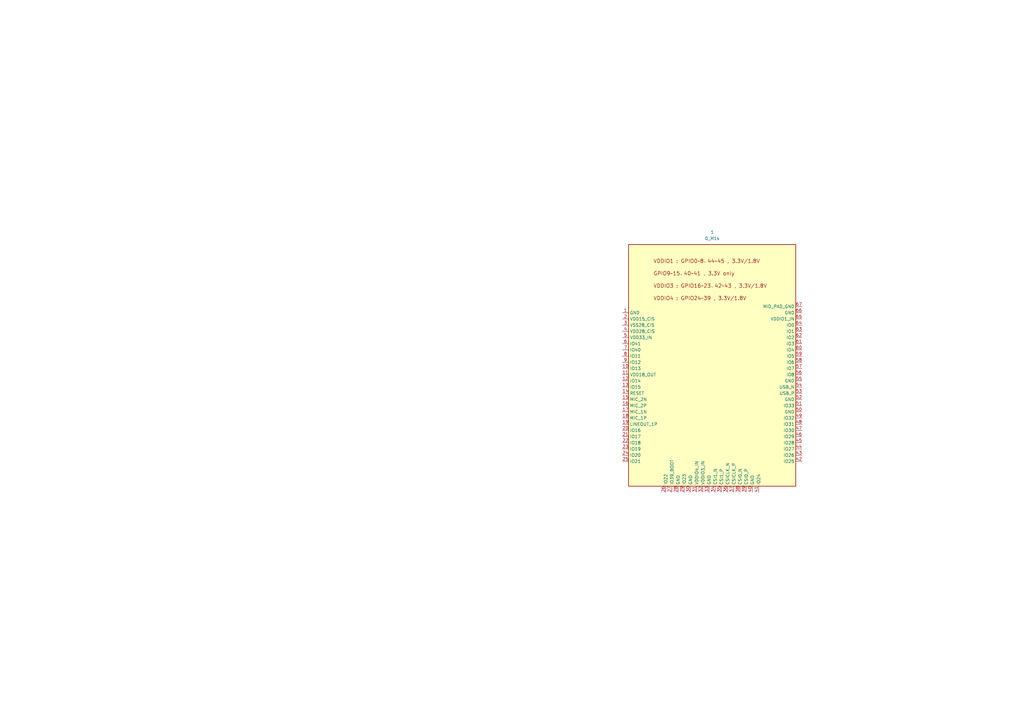
<source format=kicad_sch>
(kicad_sch (version 20230121) (generator eeschema)
  (paper "A3")
  (lib_symbols
    (symbol "M1s:0_M1s"
      (property "Value" "0_M1s" (at 0 0 0))
      (symbol "0_M1s_1_0"
        (rectangle (start 45.72 109.22) (end -22.86 10.16) (stroke (width 0.254)) (fill (type background)))
        (text "GPIO9~15、40~41 , 3.3V only" (at -12.7 96.52 0) (effects (font (size 1.524 1.524)) (justify left bottom)))
        (text "VDDIO1 : GPIO0~8、44~45 , 3.3V/1.8V" (at -12.7 101.6 0) (effects (font (size 1.524 1.524)) (justify left bottom)))
        (text "VDDIO3 : GPIO16~23、42~43 , 3.3V/1.8V" (at -12.7 91.44 0) (effects (font (size 1.524 1.524)) (justify left bottom)))
        (text "VDDIO4 : GPIO24~39 , 3.3V/1.8V" (at -12.7 86.36 0) (effects (font (size 1.524 1.524)) (justify left bottom)))
        (pin passive line (at -25.4 81.28 0) (length 2.54) (name "GND") (number "1"))
        (pin passive line (at -25.4 58.42 0) (length 2.54) (name "IO13") (number "10"))
        (pin passive line (at -25.4 55.88 0) (length 2.54) (name "VDD18_OUT") (number "11"))
        (pin passive line (at -25.4 53.34 0) (length 2.54) (name "IO14") (number "12"))
        (pin passive line (at -25.4 50.8 0) (length 2.54) (name "IO15") (number "13"))
        (pin passive line (at -25.4 48.26 0) (length 2.54) (name "RESET") (number "14"))
        (pin passive line (at -25.4 45.72 0) (length 2.54) (name "MIC_2N") (number "15"))
        (pin passive line (at -25.4 43.18 0) (length 2.54) (name "MIC_2P") (number "16"))
        (pin passive line (at -25.4 40.64 0) (length 2.54) (name "MIC_1N") (number "17"))
        (pin passive line (at -25.4 38.1 0) (length 2.54) (name "MIC_1P") (number "18"))
        (pin passive line (at -25.4 35.56 0) (length 2.54) (name "LINEOUT_1P") (number "19"))
        (pin passive line (at -25.4 78.74 0) (length 2.54) (name "VDD15_CIS") (number "2"))
        (pin passive line (at -25.4 33.02 0) (length 2.54) (name "IO16") (number "20"))
        (pin passive line (at -25.4 30.48 0) (length 2.54) (name "IO17") (number "21"))
        (pin passive line (at -25.4 27.94 0) (length 2.54) (name "IO18") (number "22"))
        (pin passive line (at -25.4 25.4 0) (length 2.54) (name "IO19") (number "23"))
        (pin passive line (at -25.4 22.86 0) (length 2.54) (name "IO20") (number "24"))
        (pin passive line (at -25.4 20.32 0) (length 2.54) (name "IO21") (number "25"))
        (pin passive line (at -7.62 7.62 90) (length 2.54) (name "IO22") (number "26"))
        (pin passive line (at -5.08 7.62 90) (length 2.54) (name "IO39_BOOT") (number "27"))
        (pin passive line (at -2.54 7.62 90) (length 2.54) (name "GND") (number "28"))
        (pin passive line (at 0 7.62 90) (length 2.54) (name "IO23") (number "29"))
        (pin passive line (at -25.4 76.2 0) (length 2.54) (name "VSS28_CIS") (number "3"))
        (pin passive line (at 2.54 7.62 90) (length 2.54) (name "GND") (number "30"))
        (pin passive line (at 5.08 7.62 90) (length 2.54) (name "VDDIO4_IN") (number "31"))
        (pin passive line (at 7.62 7.62 90) (length 2.54) (name "VDDIO3_IN") (number "32"))
        (pin passive line (at 10.16 7.62 90) (length 2.54) (name "GND") (number "33"))
        (pin passive line (at 12.7 7.62 90) (length 2.54) (name "CSI1_N") (number "34"))
        (pin passive line (at 15.24 7.62 90) (length 2.54) (name "CSI1_P") (number "35"))
        (pin passive line (at 17.78 7.62 90) (length 2.54) (name "CSICLK_N") (number "36"))
        (pin passive line (at 20.32 7.62 90) (length 2.54) (name "CSICLK_P") (number "37"))
        (pin passive line (at 22.86 7.62 90) (length 2.54) (name "CSI0_N") (number "38"))
        (pin passive line (at 25.4 7.62 90) (length 2.54) (name "CSI0_P") (number "39"))
        (pin passive line (at -25.4 73.66 0) (length 2.54) (name "VDD28_CIS") (number "4"))
        (pin passive line (at 27.94 7.62 90) (length 2.54) (name "GND") (number "40"))
        (pin passive line (at 30.48 7.62 90) (length 2.54) (name "IO24") (number "41"))
        (pin passive line (at 48.26 20.32 180) (length 2.54) (name "IO25") (number "42"))
        (pin passive line (at 48.26 22.86 180) (length 2.54) (name "IO26") (number "43"))
        (pin passive line (at 48.26 25.4 180) (length 2.54) (name "IO27") (number "44"))
        (pin passive line (at 48.26 27.94 180) (length 2.54) (name "IO28") (number "45"))
        (pin passive line (at 48.26 30.48 180) (length 2.54) (name "IO29") (number "46"))
        (pin passive line (at 48.26 33.02 180) (length 2.54) (name "IO30") (number "47"))
        (pin passive line (at 48.26 35.56 180) (length 2.54) (name "IO31") (number "48"))
        (pin passive line (at 48.26 38.1 180) (length 2.54) (name "IO32") (number "49"))
        (pin passive line (at -25.4 71.12 0) (length 2.54) (name "VDD33_IN") (number "5"))
        (pin passive line (at 48.26 40.64 180) (length 2.54) (name "GND") (number "50"))
        (pin passive line (at 48.26 43.18 180) (length 2.54) (name "IO33") (number "51"))
        (pin passive line (at 48.26 45.72 180) (length 2.54) (name "GND") (number "52"))
        (pin passive line (at 48.26 48.26 180) (length 2.54) (name "USB_P") (number "53"))
        (pin passive line (at 48.26 50.8 180) (length 2.54) (name "USB_N") (number "54"))
        (pin passive line (at 48.26 53.34 180) (length 2.54) (name "GND") (number "55"))
        (pin passive line (at 48.26 55.88 180) (length 2.54) (name "IO8") (number "56"))
        (pin passive line (at 48.26 58.42 180) (length 2.54) (name "IO7") (number "57"))
        (pin passive line (at 48.26 60.96 180) (length 2.54) (name "IO6") (number "58"))
        (pin passive line (at 48.26 63.5 180) (length 2.54) (name "IO5") (number "59"))
        (pin passive line (at -25.4 68.58 0) (length 2.54) (name "IO41") (number "6"))
        (pin passive line (at 48.26 66.04 180) (length 2.54) (name "IO4") (number "60"))
        (pin passive line (at 48.26 68.58 180) (length 2.54) (name "IO3") (number "61"))
        (pin passive line (at 48.26 71.12 180) (length 2.54) (name "IO2") (number "62"))
        (pin passive line (at 48.26 73.66 180) (length 2.54) (name "IO1") (number "63"))
        (pin passive line (at 48.26 76.2 180) (length 2.54) (name "IO0") (number "64"))
        (pin passive line (at 48.26 78.74 180) (length 2.54) (name "VDDIO1_IN") (number "65"))
        (pin passive line (at 48.26 81.28 180) (length 2.54) (name "GND") (number "66"))
        (pin passive line (at 48.26 83.82 180) (length 2.54) (name "MID_PAD_GND") (number "67"))
        (pin passive line (at -25.4 66.04 0) (length 2.54) (name "IO40") (number "7"))
        (pin passive line (at -25.4 63.5 0) (length 2.54) (name "IO11") (number "8"))
        (pin passive line (at -25.4 60.96 0) (length 2.54) (name "IO12") (number "9"))
      )
    )
  )
  (symbol (lib_id "M1s:0_M1s") (at 280.67 209.55 0) (unit 1)
    (property "Reference" "1" (at 292.1 95.25 0))
    (property "Value" "0_M1s" (at 292.1 97.79 0))
    (property "Footprint" "M1s:M1s" (effects hide))
    (instances (project "floraterm" (path "" (reference "1") (unit 1)) (path "" (reference "M1s1") (unit 1))))
  )
)
</source>
